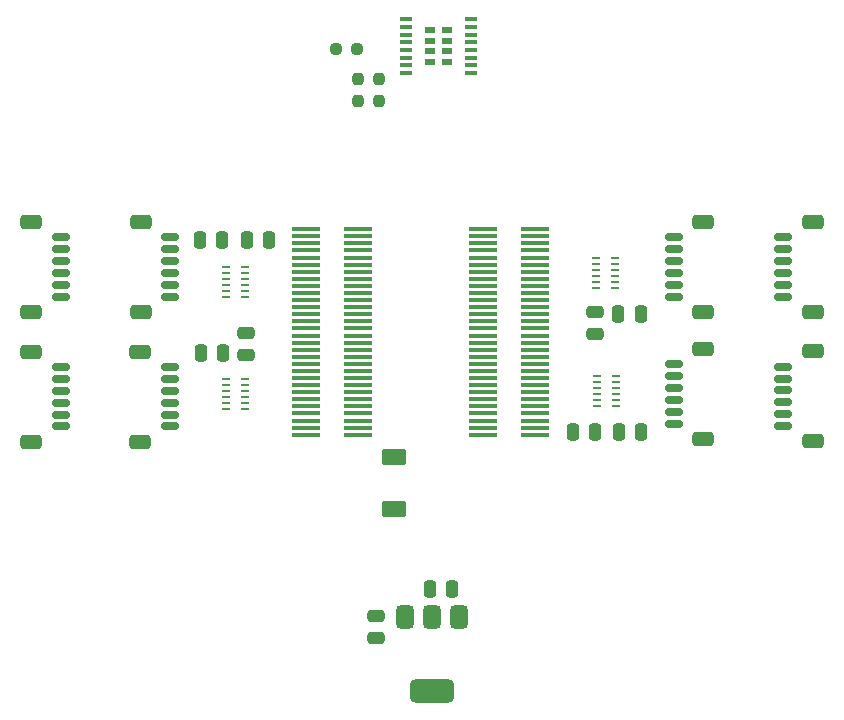
<source format=gbr>
%TF.GenerationSoftware,KiCad,Pcbnew,8.0.8*%
%TF.CreationDate,2025-02-10T22:14:39-08:00*%
%TF.ProjectId,CMOD_A7_Lower,434d4f44-5f41-4375-9f4c-6f7765722e6b,rev?*%
%TF.SameCoordinates,Original*%
%TF.FileFunction,Paste,Top*%
%TF.FilePolarity,Positive*%
%FSLAX46Y46*%
G04 Gerber Fmt 4.6, Leading zero omitted, Abs format (unit mm)*
G04 Created by KiCad (PCBNEW 8.0.8) date 2025-02-10 22:14:39*
%MOMM*%
%LPD*%
G01*
G04 APERTURE LIST*
G04 Aperture macros list*
%AMRoundRect*
0 Rectangle with rounded corners*
0 $1 Rounding radius*
0 $2 $3 $4 $5 $6 $7 $8 $9 X,Y pos of 4 corners*
0 Add a 4 corners polygon primitive as box body*
4,1,4,$2,$3,$4,$5,$6,$7,$8,$9,$2,$3,0*
0 Add four circle primitives for the rounded corners*
1,1,$1+$1,$2,$3*
1,1,$1+$1,$4,$5*
1,1,$1+$1,$6,$7*
1,1,$1+$1,$8,$9*
0 Add four rect primitives between the rounded corners*
20,1,$1+$1,$2,$3,$4,$5,0*
20,1,$1+$1,$4,$5,$6,$7,0*
20,1,$1+$1,$6,$7,$8,$9,0*
20,1,$1+$1,$8,$9,$2,$3,0*%
G04 Aperture macros list end*
%ADD10RoundRect,0.150000X0.625000X-0.150000X0.625000X0.150000X-0.625000X0.150000X-0.625000X-0.150000X0*%
%ADD11RoundRect,0.250000X0.650000X-0.350000X0.650000X0.350000X-0.650000X0.350000X-0.650000X-0.350000X0*%
%ADD12R,2.438400X0.381000*%
%ADD13RoundRect,0.250000X-0.250000X-0.475000X0.250000X-0.475000X0.250000X0.475000X-0.250000X0.475000X0*%
%ADD14RoundRect,0.250000X-0.475000X0.250000X-0.475000X-0.250000X0.475000X-0.250000X0.475000X0.250000X0*%
%ADD15RoundRect,0.150000X-0.625000X0.150000X-0.625000X-0.150000X0.625000X-0.150000X0.625000X0.150000X0*%
%ADD16RoundRect,0.250000X-0.650000X0.350000X-0.650000X-0.350000X0.650000X-0.350000X0.650000X0.350000X0*%
%ADD17R,0.700000X0.250000*%
%ADD18RoundRect,0.375000X-0.375000X0.625000X-0.375000X-0.625000X0.375000X-0.625000X0.375000X0.625000X0*%
%ADD19RoundRect,0.500000X-1.400000X0.500000X-1.400000X-0.500000X1.400000X-0.500000X1.400000X0.500000X0*%
%ADD20RoundRect,0.237500X0.237500X-0.250000X0.237500X0.250000X-0.237500X0.250000X-0.237500X-0.250000X0*%
%ADD21RoundRect,0.250000X0.800000X-0.450000X0.800000X0.450000X-0.800000X0.450000X-0.800000X-0.450000X0*%
%ADD22R,1.050000X0.450000*%
%ADD23R,0.882000X0.537000*%
%ADD24RoundRect,0.250000X0.250000X0.475000X-0.250000X0.475000X-0.250000X-0.475000X0.250000X-0.475000X0*%
%ADD25RoundRect,0.237500X-0.250000X-0.237500X0.250000X-0.237500X0.250000X0.237500X-0.250000X0.237500X0*%
%ADD26RoundRect,0.250000X0.475000X-0.250000X0.475000X0.250000X-0.475000X0.250000X-0.475000X-0.250000X0*%
G04 APERTURE END LIST*
D10*
%TO.C,J3*%
X55575000Y-96000000D03*
X55575000Y-95000000D03*
X55575000Y-94000000D03*
X55575000Y-93000000D03*
X55575000Y-92000000D03*
X55575000Y-91000000D03*
D11*
X53050000Y-97300000D03*
X53050000Y-89700000D03*
%TD*%
D12*
%TO.C,J19*%
X95724999Y-79300001D03*
X95724999Y-79899999D03*
X95724999Y-80500001D03*
X95724999Y-81099999D03*
X95724999Y-81700001D03*
X95724999Y-82300000D03*
X95724999Y-82900001D03*
X95724999Y-83500000D03*
X95724999Y-84100001D03*
X95724999Y-84700000D03*
X95724999Y-85300001D03*
X95724999Y-85900000D03*
X95724999Y-86500001D03*
X95724999Y-87100000D03*
X95724999Y-87700001D03*
X95724999Y-88300000D03*
X95724999Y-88900002D03*
X95724999Y-89500000D03*
X95724999Y-90100002D03*
X95724999Y-90700001D03*
X95724999Y-91300002D03*
X95724999Y-91900001D03*
X95724999Y-92500002D03*
X95724999Y-93100001D03*
X95724999Y-93700002D03*
X95724999Y-94300001D03*
X95724999Y-94900002D03*
X95724999Y-95500001D03*
X95724999Y-96100002D03*
X95724999Y-96700001D03*
X91275001Y-96700001D03*
X91275001Y-96100002D03*
X91275001Y-95500001D03*
X91275001Y-94900002D03*
X91275001Y-94300001D03*
X91275001Y-93700002D03*
X91275001Y-93100001D03*
X91275001Y-92500002D03*
X91275001Y-91900001D03*
X91275001Y-91300002D03*
X91275001Y-90700001D03*
X91275001Y-90100002D03*
X91275001Y-89500000D03*
X91275001Y-88900002D03*
X91275001Y-88300000D03*
X91275001Y-87700001D03*
X91275001Y-87100000D03*
X91275001Y-86500001D03*
X91275001Y-85900000D03*
X91275001Y-85300001D03*
X91275001Y-84700000D03*
X91275001Y-84100001D03*
X91275001Y-83500000D03*
X91275001Y-82900001D03*
X91275001Y-82300000D03*
X91275001Y-81700001D03*
X91275001Y-81099999D03*
X91275001Y-80500001D03*
X91275001Y-79899999D03*
X91275001Y-79300001D03*
%TD*%
D13*
%TO.C,C2*%
X71300000Y-80250000D03*
X73200000Y-80250000D03*
%TD*%
D14*
%TO.C,C11*%
X82250000Y-112050000D03*
X82250000Y-113950000D03*
%TD*%
D15*
%TO.C,J2*%
X116725000Y-90950000D03*
X116725000Y-91950000D03*
X116725000Y-92950000D03*
X116725000Y-93950000D03*
X116725000Y-94950000D03*
X116725000Y-95950000D03*
D16*
X119250000Y-89650000D03*
X119250000Y-97250000D03*
%TD*%
D10*
%TO.C,J1*%
X64775000Y-96000000D03*
X64775000Y-95000000D03*
X64775000Y-94000000D03*
X64775000Y-93000000D03*
X64775000Y-92000000D03*
X64775000Y-91000000D03*
D11*
X62250000Y-97300000D03*
X62250000Y-89700000D03*
%TD*%
D12*
%TO.C,J18*%
X76275001Y-96699999D03*
X76275001Y-96100001D03*
X76275001Y-95499999D03*
X76275001Y-94900001D03*
X76275001Y-94299999D03*
X76275001Y-93700000D03*
X76275001Y-93099999D03*
X76275001Y-92500000D03*
X76275001Y-91899999D03*
X76275001Y-91300000D03*
X76275001Y-90699999D03*
X76275001Y-90100000D03*
X76275001Y-89499999D03*
X76275001Y-88900000D03*
X76275001Y-88299999D03*
X76275001Y-87700000D03*
X76275001Y-87099998D03*
X76275001Y-86500000D03*
X76275001Y-85899998D03*
X76275001Y-85299999D03*
X76275001Y-84699998D03*
X76275001Y-84099999D03*
X76275001Y-83499998D03*
X76275001Y-82899999D03*
X76275001Y-82299998D03*
X76275001Y-81699999D03*
X76275001Y-81099998D03*
X76275001Y-80499999D03*
X76275001Y-79899998D03*
X76275001Y-79299999D03*
X80724999Y-79299999D03*
X80724999Y-79899998D03*
X80724999Y-80499999D03*
X80724999Y-81099998D03*
X80724999Y-81699999D03*
X80724999Y-82299998D03*
X80724999Y-82899999D03*
X80724999Y-83499998D03*
X80724999Y-84099999D03*
X80724999Y-84699998D03*
X80724999Y-85299999D03*
X80724999Y-85899998D03*
X80724999Y-86500000D03*
X80724999Y-87099998D03*
X80724999Y-87700000D03*
X80724999Y-88299999D03*
X80724999Y-88900000D03*
X80724999Y-89499999D03*
X80724999Y-90100000D03*
X80724999Y-90699999D03*
X80724999Y-91300000D03*
X80724999Y-91899999D03*
X80724999Y-92500000D03*
X80724999Y-93099999D03*
X80724999Y-93700000D03*
X80724999Y-94299999D03*
X80724999Y-94900001D03*
X80724999Y-95499999D03*
X80724999Y-96100001D03*
X80724999Y-96699999D03*
%TD*%
D17*
%TO.C,U2*%
X102500000Y-84250000D03*
X102500000Y-83750000D03*
X102500000Y-83250000D03*
X102500000Y-82750000D03*
X102500000Y-82250000D03*
X102500000Y-81750000D03*
X100900000Y-81750000D03*
X100900000Y-82250000D03*
X100900000Y-82750000D03*
X100900000Y-83250000D03*
X100900000Y-83750000D03*
X100900000Y-84250000D03*
%TD*%
D13*
%TO.C,C7*%
X102750000Y-86500000D03*
X104650000Y-86500000D03*
%TD*%
D10*
%TO.C,J5*%
X64825000Y-85000000D03*
X64825000Y-84000000D03*
X64825000Y-83000000D03*
X64825000Y-82000000D03*
X64825000Y-81000000D03*
X64825000Y-80000000D03*
D11*
X62300000Y-86300000D03*
X62300000Y-78700000D03*
%TD*%
D18*
%TO.C,U7*%
X89300000Y-112100000D03*
X87000000Y-112100000D03*
D19*
X87000000Y-118400000D03*
D18*
X84700000Y-112100000D03*
%TD*%
D17*
%TO.C,U3*%
X69500000Y-92000000D03*
X69500000Y-92500000D03*
X69500000Y-93000000D03*
X69500000Y-93500000D03*
X69500000Y-94000000D03*
X69500000Y-94500000D03*
X71100000Y-94500000D03*
X71100000Y-94000000D03*
X71100000Y-93500000D03*
X71100000Y-93000000D03*
X71100000Y-92500000D03*
X71100000Y-92000000D03*
%TD*%
D15*
%TO.C,J8*%
X107425000Y-80000000D03*
X107425000Y-81000000D03*
X107425000Y-82000000D03*
X107425000Y-83000000D03*
X107425000Y-84000000D03*
X107425000Y-85000000D03*
D16*
X109950000Y-78700000D03*
X109950000Y-86300000D03*
%TD*%
D20*
%TO.C,R9*%
X82500000Y-68412500D03*
X82500000Y-66587500D03*
%TD*%
D13*
%TO.C,C12*%
X88700000Y-109750000D03*
X86800000Y-109750000D03*
%TD*%
%TO.C,C5*%
X102800000Y-96500000D03*
X104700000Y-96500000D03*
%TD*%
D17*
%TO.C,U4*%
X102550000Y-94250000D03*
X102550000Y-93750000D03*
X102550000Y-93250000D03*
X102550000Y-92750000D03*
X102550000Y-92250000D03*
X102550000Y-91750000D03*
X100950000Y-91750000D03*
X100950000Y-92250000D03*
X100950000Y-92750000D03*
X100950000Y-93250000D03*
X100950000Y-93750000D03*
X100950000Y-94250000D03*
%TD*%
%TO.C,U1*%
X69500000Y-82500000D03*
X69500000Y-83000000D03*
X69500000Y-83500000D03*
X69500000Y-84000000D03*
X69500000Y-84500000D03*
X69500000Y-85000000D03*
X71100000Y-85000000D03*
X71100000Y-84500000D03*
X71100000Y-84000000D03*
X71100000Y-83500000D03*
X71100000Y-83000000D03*
X71100000Y-82500000D03*
%TD*%
D14*
%TO.C,C8*%
X100750000Y-86300000D03*
X100750000Y-88200000D03*
%TD*%
D21*
%TO.C,D1*%
X83750000Y-102950000D03*
X83750000Y-98550000D03*
%TD*%
D20*
%TO.C,R10*%
X80750000Y-68412500D03*
X80750000Y-66587500D03*
%TD*%
D22*
%TO.C,U6*%
X90290000Y-66077500D03*
X90290000Y-65427500D03*
X90290000Y-64777500D03*
X90290000Y-64127500D03*
X90290000Y-63477500D03*
X90290000Y-62827500D03*
X90290000Y-62177500D03*
X90290000Y-61527500D03*
X84740000Y-61527500D03*
X84740000Y-62177500D03*
X84740000Y-62827500D03*
X84740000Y-63477500D03*
X84740000Y-64127500D03*
X84740000Y-64777500D03*
X84740000Y-65427500D03*
X84740000Y-66077500D03*
D23*
X88250000Y-65145000D03*
X88250000Y-64250000D03*
X88250000Y-63355000D03*
X88250000Y-62460000D03*
X86780000Y-65145000D03*
X86780000Y-64250000D03*
X86780000Y-63355000D03*
X86780000Y-62460000D03*
%TD*%
D15*
%TO.C,J4*%
X107425000Y-90750000D03*
X107425000Y-91750000D03*
X107425000Y-92750000D03*
X107425000Y-93750000D03*
X107425000Y-94750000D03*
X107425000Y-95750000D03*
D16*
X109950000Y-89450000D03*
X109950000Y-97050000D03*
%TD*%
D10*
%TO.C,J7*%
X55525000Y-85000000D03*
X55525000Y-84000000D03*
X55525000Y-83000000D03*
X55525000Y-82000000D03*
X55525000Y-81000000D03*
X55525000Y-80000000D03*
D11*
X53000000Y-86300000D03*
X53000000Y-78700000D03*
%TD*%
D24*
%TO.C,C6*%
X100800000Y-96500000D03*
X98900000Y-96500000D03*
%TD*%
%TO.C,C3*%
X69300000Y-89750000D03*
X67400000Y-89750000D03*
%TD*%
D15*
%TO.C,J6*%
X116725000Y-80000000D03*
X116725000Y-81000000D03*
X116725000Y-82000000D03*
X116725000Y-83000000D03*
X116725000Y-84000000D03*
X116725000Y-85000000D03*
D16*
X119250000Y-78700000D03*
X119250000Y-86300000D03*
%TD*%
D25*
%TO.C,R11*%
X78837500Y-64000000D03*
X80662500Y-64000000D03*
%TD*%
D24*
%TO.C,C1*%
X69200000Y-80250000D03*
X67300000Y-80250000D03*
%TD*%
D26*
%TO.C,C4*%
X71250000Y-89950000D03*
X71250000Y-88050000D03*
%TD*%
M02*

</source>
